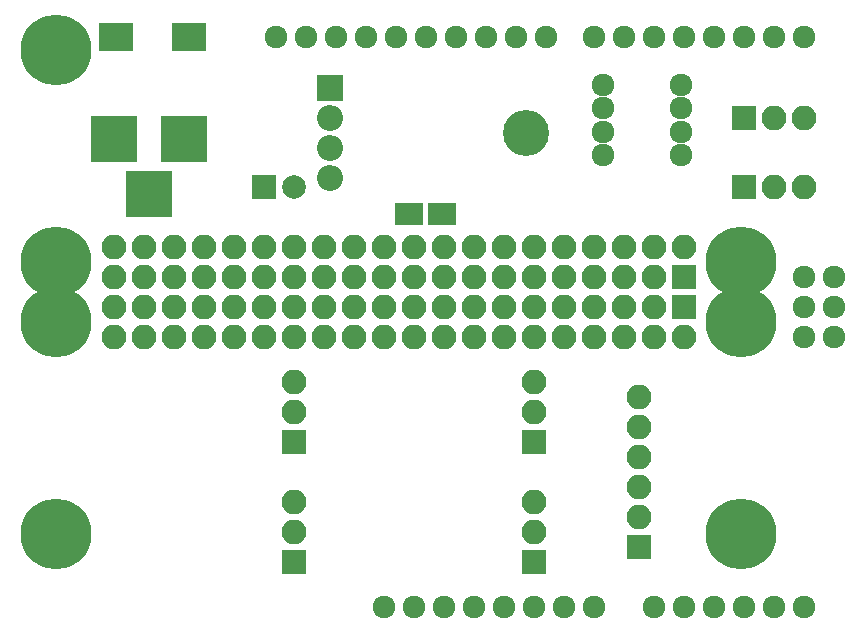
<source format=gbr>
G04 #@! TF.FileFunction,Soldermask,Top*
%FSLAX46Y46*%
G04 Gerber Fmt 4.6, Leading zero omitted, Abs format (unit mm)*
G04 Created by KiCad (PCBNEW 4.0.7) date 2017 October 09, Monday 22:10:02*
%MOMM*%
%LPD*%
G01*
G04 APERTURE LIST*
%ADD10C,0.100000*%
%ADD11C,1.924000*%
%ADD12R,2.100000X2.100000*%
%ADD13O,2.100000X2.100000*%
%ADD14R,3.900000X3.900000*%
%ADD15C,6.000000*%
%ADD16R,2.000000X2.000000*%
%ADD17C,2.000000*%
%ADD18R,2.900000X2.400000*%
%ADD19R,2.350000X1.900000*%
%ADD20O,3.900000X3.900000*%
%ADD21R,2.200000X2.200000*%
%ADD22O,2.200000X2.200000*%
G04 APERTURE END LIST*
D10*
D11*
X213360000Y-88900000D03*
X210820000Y-88900000D03*
X208280000Y-88900000D03*
X200660000Y-88900000D03*
X203200000Y-88900000D03*
X205740000Y-88900000D03*
X195580000Y-88900000D03*
X193040000Y-88900000D03*
X190500000Y-88900000D03*
X185420000Y-88900000D03*
X182880000Y-88900000D03*
X213360000Y-40640000D03*
X210820000Y-40640000D03*
X208280000Y-40640000D03*
X205740000Y-40640000D03*
X203200000Y-40640000D03*
X200660000Y-40640000D03*
X198120000Y-40640000D03*
X195580000Y-40640000D03*
X191516000Y-40640000D03*
X188976000Y-40640000D03*
X186436000Y-40640000D03*
X183896000Y-40640000D03*
X181356000Y-40640000D03*
X178816000Y-40640000D03*
X176276000Y-40640000D03*
X173736000Y-40640000D03*
X187960000Y-88900000D03*
X171196000Y-40640000D03*
X168656000Y-40640000D03*
X180340000Y-88900000D03*
X177800000Y-88900000D03*
X213360000Y-60960000D03*
X215900000Y-60960000D03*
X213360000Y-63500000D03*
X215900000Y-63500000D03*
X213360000Y-66040000D03*
X215900000Y-66040000D03*
D12*
X203200000Y-60960000D03*
D13*
X203200000Y-58420000D03*
X200660000Y-60960000D03*
X200660000Y-58420000D03*
X198120000Y-60960000D03*
X198120000Y-58420000D03*
X195580000Y-60960000D03*
X195580000Y-58420000D03*
X193040000Y-60960000D03*
X193040000Y-58420000D03*
X190500000Y-60960000D03*
X190500000Y-58420000D03*
X187960000Y-60960000D03*
X187960000Y-58420000D03*
X185420000Y-60960000D03*
X185420000Y-58420000D03*
X182880000Y-60960000D03*
X182880000Y-58420000D03*
X180340000Y-60960000D03*
X180340000Y-58420000D03*
X177800000Y-60960000D03*
X177800000Y-58420000D03*
X175260000Y-60960000D03*
X175260000Y-58420000D03*
X172720000Y-60960000D03*
X172720000Y-58420000D03*
X170180000Y-60960000D03*
X170180000Y-58420000D03*
X167640000Y-60960000D03*
X167640000Y-58420000D03*
X165100000Y-60960000D03*
X165100000Y-58420000D03*
X162560000Y-60960000D03*
X162560000Y-58420000D03*
X160020000Y-60960000D03*
X160020000Y-58420000D03*
X157480000Y-60960000D03*
X157480000Y-58420000D03*
X154940000Y-60960000D03*
X154940000Y-58420000D03*
D12*
X170180000Y-85090000D03*
D13*
X170180000Y-82550000D03*
X170180000Y-80010000D03*
D14*
X160940000Y-49276000D03*
X154940000Y-49276000D03*
X157940000Y-53976000D03*
D15*
X208070000Y-59770000D03*
D16*
X167680000Y-53340000D03*
D17*
X170180000Y-53340000D03*
D11*
X202946000Y-44704000D03*
X202946000Y-46704000D03*
X202946000Y-48704000D03*
X202946000Y-50704000D03*
D12*
X208280000Y-53340000D03*
D13*
X210820000Y-53340000D03*
X213360000Y-53340000D03*
D12*
X199390000Y-83820000D03*
D13*
X199390000Y-81280000D03*
X199390000Y-78740000D03*
X199390000Y-76200000D03*
X199390000Y-73660000D03*
X199390000Y-71120000D03*
D12*
X203200000Y-63500000D03*
D13*
X203200000Y-66040000D03*
X200660000Y-63500000D03*
X200660000Y-66040000D03*
X198120000Y-63500000D03*
X198120000Y-66040000D03*
X195580000Y-63500000D03*
X195580000Y-66040000D03*
X193040000Y-63500000D03*
X193040000Y-66040000D03*
X190500000Y-63500000D03*
X190500000Y-66040000D03*
X187960000Y-63500000D03*
X187960000Y-66040000D03*
X185420000Y-63500000D03*
X185420000Y-66040000D03*
X182880000Y-63500000D03*
X182880000Y-66040000D03*
X180340000Y-63500000D03*
X180340000Y-66040000D03*
X177800000Y-63500000D03*
X177800000Y-66040000D03*
X175260000Y-63500000D03*
X175260000Y-66040000D03*
X172720000Y-63500000D03*
X172720000Y-66040000D03*
X170180000Y-63500000D03*
X170180000Y-66040000D03*
X167640000Y-63500000D03*
X167640000Y-66040000D03*
X165100000Y-63500000D03*
X165100000Y-66040000D03*
X162560000Y-63500000D03*
X162560000Y-66040000D03*
X160020000Y-63500000D03*
X160020000Y-66040000D03*
X157480000Y-63500000D03*
X157480000Y-66040000D03*
X154940000Y-63500000D03*
X154940000Y-66040000D03*
D11*
X196342000Y-44704000D03*
X196342000Y-46704000D03*
X196342000Y-48704000D03*
X196342000Y-50704000D03*
D12*
X170180000Y-74930000D03*
D13*
X170180000Y-72390000D03*
X170180000Y-69850000D03*
D12*
X190500000Y-74930000D03*
D13*
X190500000Y-72390000D03*
X190500000Y-69850000D03*
D12*
X190500000Y-85090000D03*
D13*
X190500000Y-82550000D03*
X190500000Y-80010000D03*
D12*
X208280000Y-47498000D03*
D13*
X210820000Y-47498000D03*
X213360000Y-47498000D03*
D18*
X155162000Y-40640000D03*
X161322000Y-40640000D03*
D19*
X179981000Y-55626000D03*
X182731000Y-55626000D03*
D20*
X189888000Y-48768000D03*
D21*
X173228000Y-44958000D03*
D22*
X173228000Y-47498000D03*
X173228000Y-50038000D03*
X173228000Y-52578000D03*
D15*
X150070000Y-64770000D03*
X150070000Y-82770000D03*
X150070000Y-59770000D03*
X150070000Y-41770000D03*
X208070000Y-64770000D03*
X208070000Y-82770000D03*
M02*

</source>
